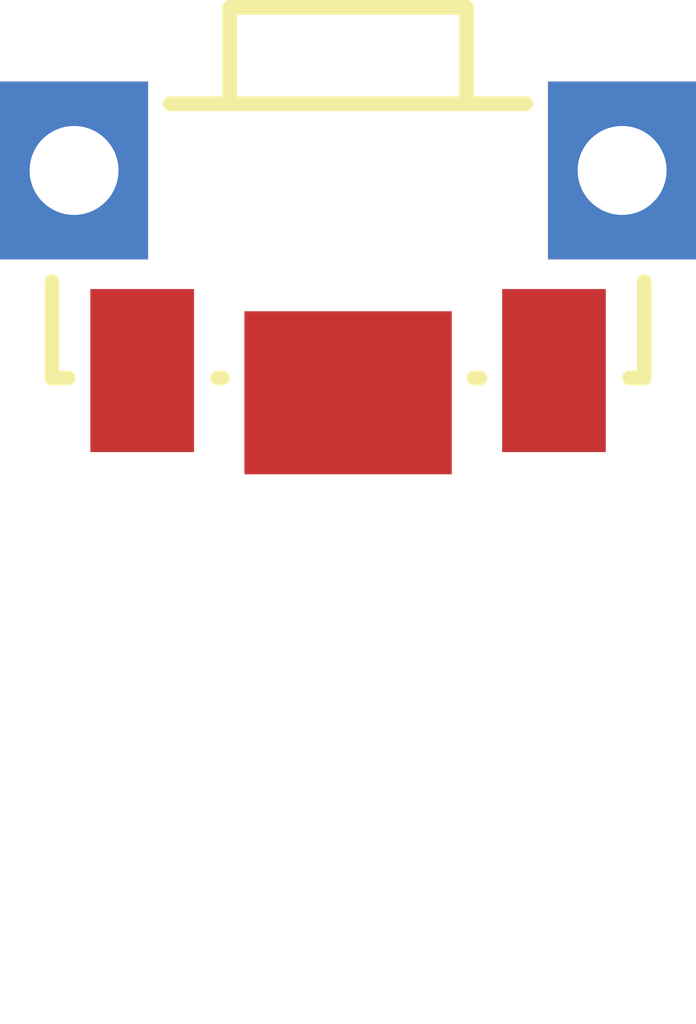
<source format=kicad_pcb>
(kicad_pcb (version 20241229) (generator "pcbnew") (generator_version "9.0")
  (layers (0 "F.Cu" signal) (2 "B.Cu" signal) (13 "F.Paste" user) (15 "B.Paste" user) (5 "F.SilkS" user "F.Silkscreen") (7 "B.SilkS" user "B.Silkscreen") (1 "F.Mask" user) (3 "B.Mask" user) (25 "Edge.Cuts" user))
  (net 0 "")
  (net 1 "input")
  (net 2 "_4")
  (net 3 "output")
  (net 4 "_3")
  (footprint "ALPSALPINE_SKTDLDE010:KEY-SMD_SKTDLDE010" (layer "F.Cu") (at 153.16 101.31 0)
    (property "Reference" "SW1" (hide yes))
    (property "Value" "")
    (fp_line (start -2 0.65) (end -2 0) (stroke (width 0.1)) (layer "F.SilkS"))
    (fp_line (start -2 0.65) (end -1.89 0.65) (stroke (width 0.1)) (layer "F.SilkS"))
    (fp_line (start -0.88 0.65) (end -0.85 0.65) (stroke (width 0.1)) (layer "F.SilkS"))
    (fp_line (start -0.8 -1.85) (end 0.8 -1.85) (stroke (width 0.1)) (layer "F.SilkS"))
    (fp_line (start -0.8 -1.25) (end -0.8 -1.85) (stroke (width 0.1)) (layer "F.SilkS"))
    (fp_line (start 0 -1.2) (end -1.2 -1.2) (stroke (width 0.1)) (layer "F.SilkS"))
    (fp_line (start 0 -1.2) (end 1.2 -1.2) (stroke (width 0.1)) (layer "F.SilkS"))
    (fp_line (start 0.8 -1.85) (end 0.8 -1.25) (stroke (width 0.1)) (layer "F.SilkS"))
    (fp_line (start 0.85 0.65) (end 0.89 0.65) (stroke (width 0.1)) (layer "F.SilkS"))
    (fp_line (start 1.9 0.65) (end 2 0.65) (stroke (width 0.1)) (layer "F.SilkS"))
    (fp_line (start 2 0.65) (end 2 0) (stroke (width 0.1)) (layer "F.SilkS"))
    (pad "1" smd rect (at 1.39 0.6 0) (size 0.7 1.1) (layers "F.Cu" "F.Mask" "F.Paste") (net 1 "input"))
    (pad "2" smd rect (at -1.39 0.6 0) (size 0.7 1.1) (layers "F.Cu" "F.Mask" "F.Paste") (net 3 "output"))
    (pad "3" smd rect (at 0 0.75 0) (size 1.4 1.1) (layers "F.Cu" "F.Mask" "F.Paste") (net 4 "_3"))
    (pad "4" thru_hole rect (at -1.85 -0.75 0) (size 1 1.2) (drill 0.599948) (layers "*.Cu" "*.Mask") (net 2 "_4"))
    (pad "4" thru_hole rect (at 1.85 -0.75 0) (size 1 1.2) (drill 0.599948) (layers "*.Cu" "*.Mask") (net 2 "_4"))
  )
)
</source>
